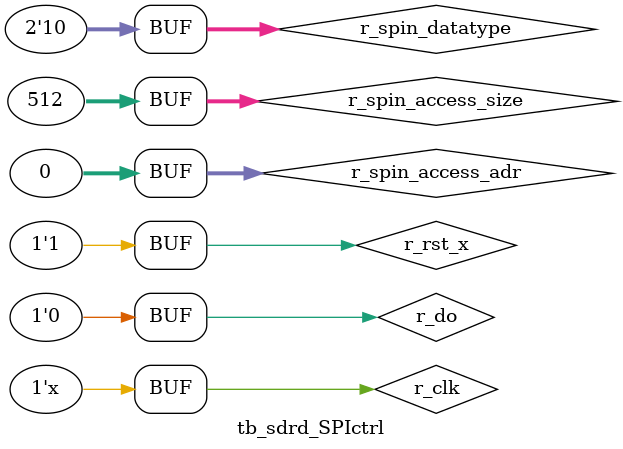
<source format=v>
`timescale 1ns/10ps
module tb_sdrd_SPIctrl;
/*----------------------------------*/
/* parameters */
/*----------------------------------*/
parameter P_CYCLE_CLK = 10;
parameter STB = 1;
parameter outfile = "output.txt";

/*----------------------------------*/
/* regsters */
/*----------------------------------*/
integer i;

/*----------------------------------*/
/* regs and wires */
/*----------------------------------*/
  reg        	r_clk;
  reg        	r_rst_x;
  reg [31:0]	r_spin_access_adr;
  reg [31:0]	r_spin_access_size;
  reg [1:0]	r_spin_datatype;
  reg        	r_do;
  wire        	w_spi_busy;
  wire        	w_spi_init;
  wire        	w_gnd1;
  wire        	w_vcc;
  wire        	w_sclk;
  wire        	w_gnd2;

/*----------------------------------*/
/* testmodule */
/*----------------------------------*/
sdrd_SPIctrl u_sdrd_SPIctrl
(
  .CLK                  (r_clk),
  .RST_X                (r_rst_x),
  .SPIN_ACCESS_ADR      (r_spin_access_adr),
  .SPIN_ACCESS_SIZE     (r_spin_access_size),
  .SPIN_DATATYPE        (r_spin_datatype),
  .DO                   (r_do),
  .SPI_BUSY             (w_spi_busy),
  .SPI_INIT             (w_spi_init),
  .SPIOUT_FATPRM        (w_spiout_fatprm),
  .SPIOUT_SIZE          (w_spiout_size),
  .SPIOUT_RGBWR         (w_spiout_rgbwr),
  .SPIOUT_RGBDATA       (w_spiout_rgbdata),
  .CS                   (w_cs),
  .DI                   (w_di),
  .GND1                 (w_gnd1),
  .VCC                  (w_vcc),
  .SCLK                 (w_sclk),
  .GND2                 (w_gnd2)
);

/*----------------------------------*/
/* generate clk */
/*----------------------------------*/
always begin
#(P_CYCLE_CLK/2) r_clk = ~r_clk;
end

/*----------------------------------*/
/* body */
/*----------------------------------*/
initial begin
  r_clk = 0;
  r_rst_x = 0;
  r_spin_access_adr = 0;
  r_spin_access_size = 0;
  r_spin_datatype = 0;
  r_do = 0;
#(STB)
  r_rst_x = 1;

#(P_CYCLE_CLK)
  r_spin_access_adr  = 32'h00;
  r_spin_access_size = 32'd512; // 512 byte
  r_spin_datatype    = 2'd2;
end

endmodule

</source>
